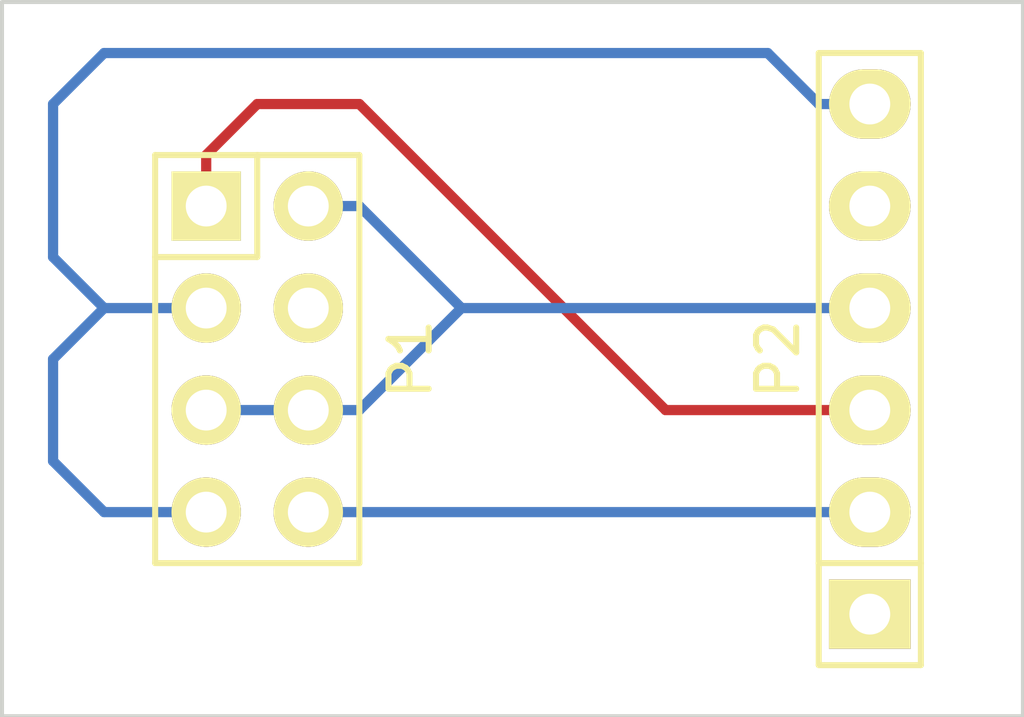
<source format=kicad_pcb>
(kicad_pcb (version 4) (host pcbnew "(2014-11-17 BZR 5289)-product")

  (general
    (links 7)
    (no_connects 0)
    (area 135.839999 97.739999 162.642334 115.620001)
    (thickness 1.6)
    (drawings 5)
    (tracks 23)
    (zones 0)
    (modules 2)
    (nets 8)
  )

  (page A4)
  (layers
    (0 F.Cu signal)
    (31 B.Cu signal)
    (32 B.Adhes user)
    (33 F.Adhes user)
    (34 B.Paste user)
    (35 F.Paste user)
    (36 B.SilkS user)
    (37 F.SilkS user)
    (38 B.Mask user)
    (39 F.Mask user)
    (40 Dwgs.User user)
    (41 Cmts.User user)
    (42 Eco1.User user)
    (43 Eco2.User user)
    (44 Edge.Cuts user)
    (45 Margin user)
    (46 B.CrtYd user)
    (47 F.CrtYd user)
    (48 B.Fab user)
    (49 F.Fab user)
  )

  (setup
    (last_trace_width 0.254)
    (trace_clearance 0.254)
    (zone_clearance 0.508)
    (zone_45_only no)
    (trace_min 0.254)
    (segment_width 0.2)
    (edge_width 0.1)
    (via_size 0.889)
    (via_drill 0.635)
    (via_min_size 0.889)
    (via_min_drill 0.508)
    (uvia_size 0.508)
    (uvia_drill 0.127)
    (uvias_allowed no)
    (uvia_min_size 0.508)
    (uvia_min_drill 0.127)
    (pcb_text_width 0.3)
    (pcb_text_size 1.5 1.5)
    (mod_edge_width 0.15)
    (mod_text_size 1 1)
    (mod_text_width 0.15)
    (pad_size 1.5 1.5)
    (pad_drill 0.6)
    (pad_to_mask_clearance 0)
    (aux_axis_origin 0 0)
    (visible_elements FFFFFF7F)
    (pcbplotparams
      (layerselection 0x010f0_80000001)
      (usegerberextensions false)
      (excludeedgelayer true)
      (linewidth 0.100000)
      (plotframeref false)
      (viasonmask false)
      (mode 1)
      (useauxorigin false)
      (hpglpennumber 1)
      (hpglpenspeed 20)
      (hpglpendiameter 15)
      (hpglpenoverlay 2)
      (psnegative false)
      (psa4output false)
      (plotreference true)
      (plotvalue true)
      (plotinvisibletext false)
      (padsonsilk false)
      (subtractmaskfromsilk false)
      (outputformat 1)
      (mirror false)
      (drillshape 0)
      (scaleselection 1)
      (outputdirectory gerbers))
  )

  (net 0 "")
  (net 1 "Net-(P1-Pad1)")
  (net 2 "Net-(P1-Pad2)")
  (net 3 "Net-(P1-Pad3)")
  (net 4 "Net-(P1-Pad4)")
  (net 5 "Net-(P1-Pad8)")
  (net 6 "Net-(P2-Pad1)")
  (net 7 "Net-(P2-Pad5)")

  (net_class Default "This is the default net class."
    (clearance 0.254)
    (trace_width 0.254)
    (via_dia 0.889)
    (via_drill 0.635)
    (uvia_dia 0.508)
    (uvia_drill 0.127)
    (add_net "Net-(P1-Pad1)")
    (add_net "Net-(P1-Pad2)")
    (add_net "Net-(P1-Pad3)")
    (add_net "Net-(P1-Pad4)")
    (add_net "Net-(P1-Pad8)")
    (add_net "Net-(P2-Pad1)")
    (add_net "Net-(P2-Pad5)")
  )

  (module Pin_Headers:Pin_Header_Straight_2x04 (layer F.Cu) (tedit 54BB9789) (tstamp 54BB979C)
    (at 142.24 106.68 270)
    (descr "Through hole pin header")
    (tags "pin header")
    (path /54BB9291)
    (fp_text reference P1 (at 0 -3.81 270) (layer F.SilkS)
      (effects (font (size 1 1) (thickness 0.15)))
    )
    (fp_text value CONN_02X04 (at 0 0 270) (layer F.SilkS) hide
      (effects (font (size 1 1) (thickness 0.15)))
    )
    (fp_line (start -2.54 2.54) (end 5.08 2.54) (layer F.SilkS) (width 0.15))
    (fp_line (start 5.08 2.54) (end 5.08 -2.54) (layer F.SilkS) (width 0.15))
    (fp_line (start 5.08 -2.54) (end -5.08 -2.54) (layer F.SilkS) (width 0.15))
    (fp_line (start -5.08 -2.54) (end -5.08 0) (layer F.SilkS) (width 0.15))
    (fp_line (start -5.08 2.54) (end -2.54 2.54) (layer F.SilkS) (width 0.15))
    (fp_line (start -5.08 0) (end -2.54 0) (layer F.SilkS) (width 0.15))
    (fp_line (start -2.54 0) (end -2.54 2.54) (layer F.SilkS) (width 0.15))
    (fp_line (start -5.08 2.54) (end -5.08 0) (layer F.SilkS) (width 0.15))
    (pad 1 thru_hole rect (at -3.81 1.27 270) (size 1.7272 1.7272) (drill 1.016) (layers *.Cu *.Mask F.SilkS)
      (net 1 "Net-(P1-Pad1)"))
    (pad 2 thru_hole oval (at -3.81 -1.27 270) (size 1.7272 1.7272) (drill 1.016) (layers *.Cu *.Mask F.SilkS)
      (net 2 "Net-(P1-Pad2)"))
    (pad 3 thru_hole oval (at -1.27 1.27 270) (size 1.7272 1.7272) (drill 1.016) (layers *.Cu *.Mask F.SilkS)
      (net 3 "Net-(P1-Pad3)"))
    (pad 4 thru_hole oval (at -1.27 -1.27 270) (size 1.7272 1.7272) (drill 1.016) (layers *.Cu *.Mask F.SilkS)
      (net 4 "Net-(P1-Pad4)"))
    (pad 5 thru_hole oval (at 1.27 1.27 270) (size 1.7272 1.7272) (drill 1.016) (layers *.Cu *.Mask F.SilkS)
      (net 2 "Net-(P1-Pad2)"))
    (pad 6 thru_hole oval (at 1.27 -1.27 270) (size 1.7272 1.7272) (drill 1.016) (layers *.Cu *.Mask F.SilkS)
      (net 2 "Net-(P1-Pad2)"))
    (pad 7 thru_hole oval (at 3.81 1.27 270) (size 1.7272 1.7272) (drill 1.016) (layers *.Cu *.Mask F.SilkS)
      (net 3 "Net-(P1-Pad3)"))
    (pad 8 thru_hole oval (at 3.81 -1.27 270) (size 1.7272 1.7272) (drill 1.016) (layers *.Cu *.Mask F.SilkS)
      (net 5 "Net-(P1-Pad8)"))
    (model Pin_Headers/Pin_Header_Straight_2x04.wrl
      (at (xyz 0 0 0))
      (scale (xyz 1 1 1))
      (rotate (xyz 0 0 0))
    )
  )

  (module Pin_Headers:Pin_Header_Straight_1x06 (layer F.Cu) (tedit 54BB9789) (tstamp 54BB97AD)
    (at 157.48 106.68 90)
    (descr "Through hole pin header")
    (tags "pin header")
    (path /54BB9342)
    (fp_text reference P2 (at 0 -2.286 90) (layer F.SilkS)
      (effects (font (size 1 1) (thickness 0.15)))
    )
    (fp_text value CONN_01X06 (at 0 0 90) (layer F.SilkS) hide
      (effects (font (size 1 1) (thickness 0.15)))
    )
    (fp_line (start -5.08 -1.27) (end 7.62 -1.27) (layer F.SilkS) (width 0.15))
    (fp_line (start 7.62 -1.27) (end 7.62 1.27) (layer F.SilkS) (width 0.15))
    (fp_line (start 7.62 1.27) (end -5.08 1.27) (layer F.SilkS) (width 0.15))
    (fp_line (start -7.62 -1.27) (end -5.08 -1.27) (layer F.SilkS) (width 0.15))
    (fp_line (start -5.08 -1.27) (end -5.08 1.27) (layer F.SilkS) (width 0.15))
    (fp_line (start -7.62 -1.27) (end -7.62 1.27) (layer F.SilkS) (width 0.15))
    (fp_line (start -7.62 1.27) (end -5.08 1.27) (layer F.SilkS) (width 0.15))
    (pad 1 thru_hole rect (at -6.35 0 90) (size 1.7272 2.032) (drill 1.016) (layers *.Cu *.Mask F.SilkS)
      (net 6 "Net-(P2-Pad1)"))
    (pad 2 thru_hole oval (at -3.81 0 90) (size 1.7272 2.032) (drill 1.016) (layers *.Cu *.Mask F.SilkS)
      (net 5 "Net-(P1-Pad8)"))
    (pad 3 thru_hole oval (at -1.27 0 90) (size 1.7272 2.032) (drill 1.016) (layers *.Cu *.Mask F.SilkS)
      (net 1 "Net-(P1-Pad1)"))
    (pad 4 thru_hole oval (at 1.27 0 90) (size 1.7272 2.032) (drill 1.016) (layers *.Cu *.Mask F.SilkS)
      (net 2 "Net-(P1-Pad2)"))
    (pad 5 thru_hole oval (at 3.81 0 90) (size 1.7272 2.032) (drill 1.016) (layers *.Cu *.Mask F.SilkS)
      (net 7 "Net-(P2-Pad5)"))
    (pad 6 thru_hole oval (at 6.35 0 90) (size 1.7272 2.032) (drill 1.016) (layers *.Cu *.Mask F.SilkS)
      (net 3 "Net-(P1-Pad3)"))
    (model Pin_Headers/Pin_Header_Straight_1x06.wrl
      (at (xyz 0 0 0))
      (scale (xyz 1 1 1))
      (rotate (xyz 0 0 0))
    )
  )

  (gr_text esp01-prog (at 143.51 113.03) (layer F.Paste)
    (effects (font (size 1.5 1.5) (thickness 0.3)))
  )
  (gr_line (start 161.29 115.57) (end 161.29 97.79) (angle 90) (layer Edge.Cuts) (width 0.1))
  (gr_line (start 135.89 115.57) (end 161.29 115.57) (angle 90) (layer Edge.Cuts) (width 0.1))
  (gr_line (start 135.89 97.79) (end 135.89 115.57) (angle 90) (layer Edge.Cuts) (width 0.1))
  (gr_line (start 161.29 97.79) (end 135.89 97.79) (angle 90) (layer Edge.Cuts) (width 0.1))

  (segment (start 140.97 101.6) (end 142.24 100.33) (width 0.254) (layer F.Cu) (net 1) (tstamp 54BB98DF))
  (segment (start 142.24 100.33) (end 144.78 100.33) (width 0.254) (layer F.Cu) (net 1) (tstamp 54BB98E4))
  (segment (start 144.78 100.33) (end 152.4 107.95) (width 0.254) (layer F.Cu) (net 1) (tstamp 54BB98E6))
  (segment (start 152.4 107.95) (end 157.48 107.95) (width 0.254) (layer F.Cu) (net 1) (tstamp 54BB98E9))
  (segment (start 140.97 102.87) (end 140.97 101.6) (width 0.254) (layer F.Cu) (net 1))
  (segment (start 147.32 105.41) (end 144.78 102.87) (width 0.254) (layer B.Cu) (net 2) (tstamp 54BB98B4))
  (segment (start 144.78 102.87) (end 143.51 102.87) (width 0.254) (layer B.Cu) (net 2) (tstamp 54BB98B7))
  (segment (start 157.48 105.41) (end 147.32 105.41) (width 0.254) (layer B.Cu) (net 2))
  (segment (start 140.97 107.95) (end 143.51 107.95) (width 0.254) (layer B.Cu) (net 2))
  (segment (start 144.78 107.95) (end 143.51 107.95) (width 0.254) (layer B.Cu) (net 2) (tstamp 54BB991E))
  (segment (start 147.32 105.41) (end 144.78 107.95) (width 0.254) (layer B.Cu) (net 2))
  (segment (start 138.43 110.49) (end 137.16 109.22) (width 0.254) (layer B.Cu) (net 3) (tstamp 54BB98A2))
  (segment (start 137.16 109.22) (end 137.16 106.68) (width 0.254) (layer B.Cu) (net 3) (tstamp 54BB98A3))
  (segment (start 137.16 106.68) (end 138.43 105.41) (width 0.254) (layer B.Cu) (net 3) (tstamp 54BB98A4))
  (segment (start 140.97 110.49) (end 138.43 110.49) (width 0.254) (layer B.Cu) (net 3))
  (segment (start 137.16 104.14) (end 137.16 100.33) (width 0.254) (layer B.Cu) (net 3) (tstamp 54BB993D))
  (segment (start 137.16 100.33) (end 138.43 99.06) (width 0.254) (layer B.Cu) (net 3) (tstamp 54BB9940))
  (segment (start 138.43 99.06) (end 154.94 99.06) (width 0.254) (layer B.Cu) (net 3) (tstamp 54BB9941))
  (segment (start 154.94 99.06) (end 156.21 100.33) (width 0.254) (layer B.Cu) (net 3) (tstamp 54BB9942))
  (segment (start 156.21 100.33) (end 157.48 100.33) (width 0.254) (layer B.Cu) (net 3) (tstamp 54BB9945))
  (segment (start 138.43 105.41) (end 137.16 104.14) (width 0.254) (layer B.Cu) (net 3) (tstamp 54BB993B))
  (segment (start 140.97 105.41) (end 138.43 105.41) (width 0.254) (layer B.Cu) (net 3))
  (segment (start 157.48 110.49) (end 143.51 110.49) (width 0.254) (layer B.Cu) (net 5))

)

</source>
